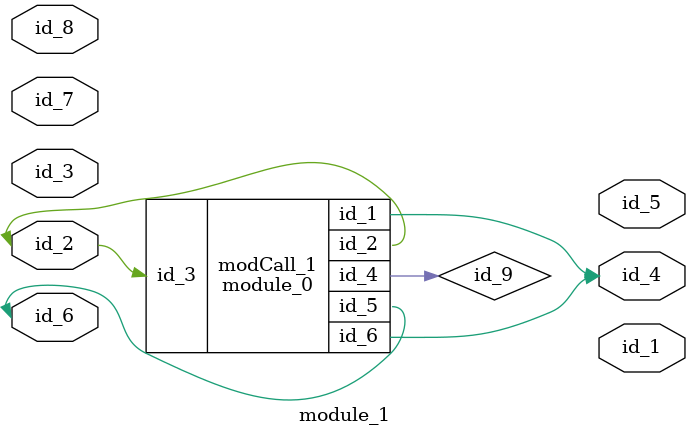
<source format=v>
module module_0 (
    id_1,
    id_2,
    id_3,
    id_4,
    id_5,
    id_6
);
  output wire id_6;
  output wire id_5;
  output wire id_4;
  input wire id_3;
  inout wire id_2;
  output wire id_1;
endmodule
module module_1 (
    id_1,
    id_2,
    id_3,
    id_4,
    id_5,
    id_6,
    id_7,
    id_8
);
  input wire id_8;
  input wire id_7;
  inout wire id_6;
  output wire id_5;
  output wire id_4;
  inout wire id_3;
  inout wire id_2;
  output wire id_1;
  wire id_9 = ~{(1), id_6 - id_2};
  module_0 modCall_1 (
      id_4,
      id_2,
      id_2,
      id_9,
      id_6,
      id_4
  );
endmodule

</source>
